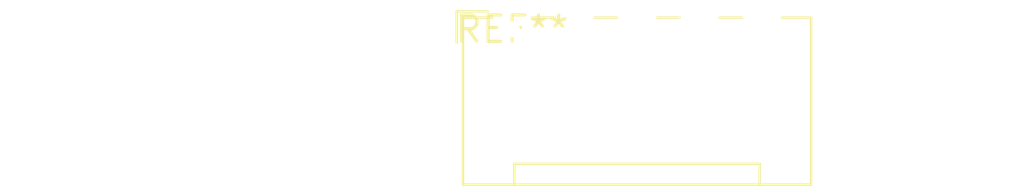
<source format=kicad_pcb>
(kicad_pcb (version 20240108) (generator pcbnew)
  (layers (0 "F.Cu" signal) (31 "B.Cu" signal) (34 "B.Paste" user) (35 "F.Paste" user) (36 "B.SilkS" user "B.Silkscreen") (37 "F.SilkS" user "F.Silkscreen") (38 "B.Mask" user) (39 "F.Mask" user) (44 "Edge.Cuts" user))
  (net 0 "")
  (footprint "JST_ZE_S09B-ZESK-2D_1x09_P1.50mm_Horizontal" (layer "F.Cu") (at 0 0)
    (property "Reference" "REF**")
    (property "Value" "JST_ZE_S09B-ZESK-2D_1x09_P1.50mm_Horizontal")
    (fp_line (start -2.66 -0.86) (end -1.16 -0.86) (layer "F.SilkS") (stroke (width 0.12)))
    (fp_line (start -2.66 0.64) (end -2.66 -0.86) (layer "F.SilkS") (stroke (width 0.12)))
    (fp_line (start -2.36 -0.56) (end -2.36 7.46) (layer "F.SilkS") (stroke (width 0.12)))
    (fp_line (start -2.36 7.46) (end 14.36 7.46) (layer "F.SilkS") (stroke (width 0.12)))
    (fp_line (start -0.96 -0.56) (end -2.36 -0.56) (layer "F.SilkS") (stroke (width 0.12)))
    (fp_line (start 0.11 6.46) (end 11.89 6.46) (layer "F.SilkS") (stroke (width 0.12)))
    (fp_line (start 0.11 7.46) (end 0.11 6.46) (layer "F.SilkS") (stroke (width 0.12)))
    (fp_line (start 0.96 -0.56) (end 2.04 -0.56) (layer "F.SilkS") (stroke (width 0.12)))
    (fp_line (start 3.96 -0.56) (end 5.04 -0.56) (layer "F.SilkS") (stroke (width 0.12)))
    (fp_line (start 6.96 -0.56) (end 8.04 -0.56) (layer "F.SilkS") (stroke (width 0.12)))
    (fp_line (start 9.96 -0.56) (end 11.04 -0.56) (layer "F.SilkS") (stroke (width 0.12)))
    (fp_line (start 11.89 6.46) (end 11.89 7.46) (layer "F.SilkS") (stroke (width 0.12)))
    (fp_line (start 14.36 -0.56) (end 12.96 -0.56) (layer "F.SilkS") (stroke (width 0.12)))
    (fp_line (start 14.36 7.46) (end 14.36 -0.56) (layer "F.SilkS") (stroke (width 0.12)))
    (pad "" np_thru_hole circle (at -1.55 1.85) (size 1.15 1.15) (drill 1.15) (layers *.Cu *.Mask))
    (pad "" np_thru_hole circle (at 13.55 1.85) (size 1.15 1.15) (drill 1.15) (layers *.Cu *.Mask))
    (pad "1" thru_hole roundrect (at 0 0) (size 1.4 1.75) (drill 0.75) (layers *.Cu *.Mask) (remove_unused_layers) (roundrect_rratio 0.178571))
    (pad "2" thru_hole oval (at 1.5 3.7) (size 1.4 1.75) (drill 0.75) (layers *.Cu *.Mask) (remove_unused_layers))
    (pad "3" thru_hole oval (at 3 0) (size 1.4 1.75) (drill 0.75) (layers *.Cu *.Mask) (remove_unused_layers))
    (pad "4" thru_hole oval (at 4.5 3.7) (size 1.4 1.75) (drill 0.75) (layers *.Cu *.Mask) (remove_unused_layers))
    (pad "5" thru_hole oval (at 6 0) (size 1.4 1.75) (drill 0.75) (layers *.Cu *.Mask) (remove_unused_layers))
    (pad "6" thru_hole oval (at 7.5 3.7) (size 1.4 1.75) (drill 0.75) (layers *.Cu *.Mask) (remove_unused_layers))
    (pad "7" thru_hole oval (at 9 0) (size 1.4 1.75) (drill 0.75) (layers *.Cu *.Mask) (remove_unused_layers))
    (pad "8" thru_hole oval (at 10.5 3.7) (size 1.4 1.75) (drill 0.75) (layers *.Cu *.Mask) (remove_unused_layers))
    (pad "9" thru_hole oval (at 12 0) (size 1.4 1.75) (drill 0.75) (layers *.Cu *.Mask) (remove_unused_layers))
  )
)
</source>
